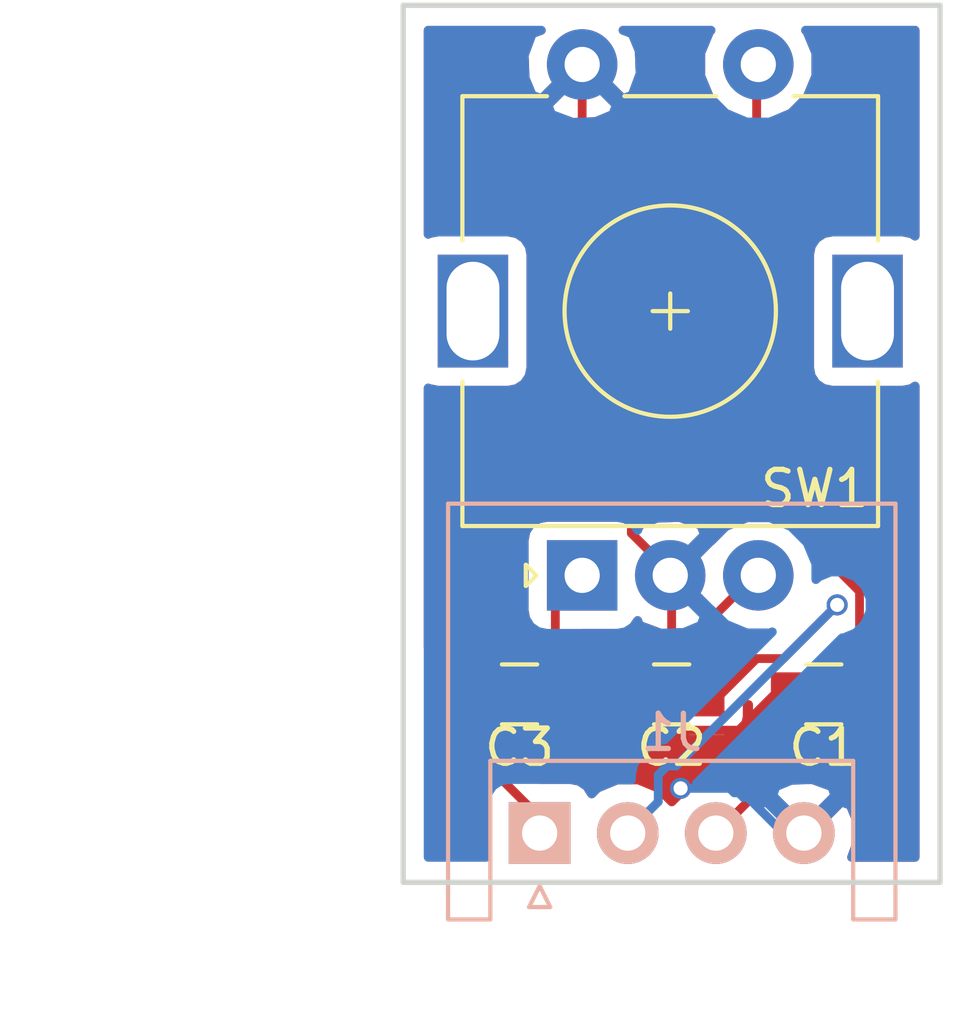
<source format=kicad_pcb>
(kicad_pcb (version 4) (host pcbnew 4.0.6)

  (general
    (links 11)
    (no_connects 0)
    (area 148.768999 94.920999 164.159001 119.963001)
    (thickness 1.6)
    (drawings 11)
    (tracks 70)
    (zones 0)
    (modules 5)
    (nets 5)
  )

  (page A4)
  (layers
    (0 F.Cu signal)
    (31 B.Cu signal)
    (32 B.Adhes user)
    (33 F.Adhes user)
    (34 B.Paste user)
    (35 F.Paste user)
    (36 B.SilkS user)
    (37 F.SilkS user)
    (38 B.Mask user)
    (39 F.Mask user)
    (40 Dwgs.User user)
    (41 Cmts.User user)
    (42 Eco1.User user)
    (43 Eco2.User user)
    (44 Edge.Cuts user)
    (45 Margin user)
    (46 B.CrtYd user)
    (47 F.CrtYd user)
    (48 B.Fab user)
    (49 F.Fab user)
  )

  (setup
    (last_trace_width 0.25)
    (trace_clearance 0.2)
    (zone_clearance 0.508)
    (zone_45_only no)
    (trace_min 0.2)
    (segment_width 0.2)
    (edge_width 0.15)
    (via_size 0.6)
    (via_drill 0.4)
    (via_min_size 0.4)
    (via_min_drill 0.3)
    (uvia_size 0.3)
    (uvia_drill 0.1)
    (uvias_allowed no)
    (uvia_min_size 0.2)
    (uvia_min_drill 0.1)
    (pcb_text_width 0.3)
    (pcb_text_size 1.5 1.5)
    (mod_edge_width 0.15)
    (mod_text_size 1 1)
    (mod_text_width 0.15)
    (pad_size 1.524 1.524)
    (pad_drill 0.762)
    (pad_to_mask_clearance 0.2)
    (aux_axis_origin 0 0)
    (visible_elements FFFFFF7F)
    (pcbplotparams
      (layerselection 0x030fc_80000001)
      (usegerberextensions false)
      (excludeedgelayer true)
      (linewidth 0.100000)
      (plotframeref false)
      (viasonmask false)
      (mode 1)
      (useauxorigin false)
      (hpglpennumber 1)
      (hpglpenspeed 20)
      (hpglpendiameter 15)
      (hpglpenoverlay 2)
      (psnegative false)
      (psa4output false)
      (plotreference true)
      (plotvalue true)
      (plotinvisibletext false)
      (padsonsilk false)
      (subtractmaskfromsilk false)
      (outputformat 1)
      (mirror false)
      (drillshape 0)
      (scaleselection 1)
      (outputdirectory gerber/))
  )

  (net 0 "")
  (net 1 CON-2)
  (net 2 CON-1)
  (net 3 CON-3)
  (net 4 CON-4)

  (net_class Default "This is the default net class."
    (clearance 0.2)
    (trace_width 0.25)
    (via_dia 0.6)
    (via_drill 0.4)
    (uvia_dia 0.3)
    (uvia_drill 0.1)
    (add_net CON-1)
    (add_net CON-2)
    (add_net CON-3)
    (add_net CON-4)
  )

  (module Rotary_Encoder:RotaryEncoder_Alps_EC11E-Switch_Vertical_H20mm (layer F.Cu) (tedit 5BA3D28E) (tstamp 5BA3CFA1)
    (at 153.924 111.1758 90)
    (descr "Alps rotary encoder, EC12E... with switch, vertical shaft, http://www.alps.com/prod/info/E/HTML/Encoder/Incremental/EC11/EC11E15204A3.html")
    (tags "rotary encoder")
    (path /5BA2882F)
    (fp_text reference SW1 (at 2.4638 6.604 180) (layer F.SilkS)
      (effects (font (size 1 1) (thickness 0.15)))
    )
    (fp_text value Rotary_Encoder_Switch (at 7.5 10.4 90) (layer F.Fab)
      (effects (font (size 1 1) (thickness 0.15)))
    )
    (fp_text user %R (at 11.1 6.3 90) (layer F.Fab)
      (effects (font (size 1 1) (thickness 0.15)))
    )
    (fp_line (start 7 2.5) (end 8 2.5) (layer F.SilkS) (width 0.12))
    (fp_line (start 7.5 2) (end 7.5 3) (layer F.SilkS) (width 0.12))
    (fp_line (start 13.6 6) (end 13.6 8.4) (layer F.SilkS) (width 0.12))
    (fp_line (start 13.6 1.2) (end 13.6 3.8) (layer F.SilkS) (width 0.12))
    (fp_line (start 13.6 -3.4) (end 13.6 -1) (layer F.SilkS) (width 0.12))
    (fp_line (start 4.5 2.5) (end 10.5 2.5) (layer F.Fab) (width 0.12))
    (fp_line (start 7.5 -0.5) (end 7.5 5.5) (layer F.Fab) (width 0.12))
    (fp_line (start 0.3 -1.6) (end 0 -1.3) (layer F.SilkS) (width 0.12))
    (fp_line (start -0.3 -1.6) (end 0.3 -1.6) (layer F.SilkS) (width 0.12))
    (fp_line (start 0 -1.3) (end -0.3 -1.6) (layer F.SilkS) (width 0.12))
    (fp_line (start 1.4 -3.4) (end 1.4 8.4) (layer F.SilkS) (width 0.12))
    (fp_line (start 5.5 -3.4) (end 1.4 -3.4) (layer F.SilkS) (width 0.12))
    (fp_line (start 5.5 8.4) (end 1.4 8.4) (layer F.SilkS) (width 0.12))
    (fp_line (start 13.6 8.4) (end 9.5 8.4) (layer F.SilkS) (width 0.12))
    (fp_line (start 9.5 -3.4) (end 13.6 -3.4) (layer F.SilkS) (width 0.12))
    (fp_line (start 1.5 -2.2) (end 2.5 -3.3) (layer F.Fab) (width 0.12))
    (fp_line (start 1.5 8.3) (end 1.5 -2.2) (layer F.Fab) (width 0.12))
    (fp_line (start 13.5 8.3) (end 1.5 8.3) (layer F.Fab) (width 0.12))
    (fp_line (start 13.5 -3.3) (end 13.5 8.3) (layer F.Fab) (width 0.12))
    (fp_line (start 2.5 -3.3) (end 13.5 -3.3) (layer F.Fab) (width 0.12))
    (fp_line (start -1.5 -4.6) (end 16 -4.6) (layer F.CrtYd) (width 0.05))
    (fp_line (start -1.5 -4.6) (end -1.5 9.6) (layer F.CrtYd) (width 0.05))
    (fp_line (start 16 9.6) (end 16 -4.6) (layer F.CrtYd) (width 0.05))
    (fp_line (start 16 9.6) (end -1.5 9.6) (layer F.CrtYd) (width 0.05))
    (fp_circle (center 7.5 2.5) (end 10.5 2.5) (layer F.SilkS) (width 0.12))
    (fp_circle (center 7.5 2.5) (end 10.5 2.5) (layer F.Fab) (width 0.12))
    (pad 4 thru_hole circle (at 14.5 5 90) (size 2 2) (drill 1) (layers *.Cu *.Mask)
      (net 3 CON-3))
    (pad 5 thru_hole circle (at 14.5 0 90) (size 2 2) (drill 1) (layers *.Cu *.Mask)
      (net 4 CON-4))
    (pad MP thru_hole rect (at 7.5 8.1 90) (size 3.2 2) (drill oval 2.8 1.5) (layers *.Cu *.Mask))
    (pad MP thru_hole rect (at 7.5 -3.1 90) (size 3.2 2) (drill oval 2.8 1.5) (layers *.Cu *.Mask))
    (pad 3 thru_hole circle (at 0 5 90) (size 2 2) (drill 1) (layers *.Cu *.Mask)
      (net 1 CON-2))
    (pad 2 thru_hole circle (at 0 2.5 90) (size 2 2) (drill 1) (layers *.Cu *.Mask)
      (net 4 CON-4))
    (pad 1 thru_hole rect (at 0 0 90) (size 2 2) (drill 1) (layers *.Cu *.Mask)
      (net 2 CON-1))
    (model ${KISYS3DMOD}/Rotary_Encoder.3dshapes/RotaryEncoder_Alps_EC11E-Switch_Vertical_H20mm.wrl
      (at (xyz 0 0 0))
      (scale (xyz 1 1 1))
      (rotate (xyz 0 0 0))
    )
  )

  (module Capacitors_SMD:C_0805 (layer F.Cu) (tedit 58AA8463) (tstamp 5BAA29E0)
    (at 160.782 114.554 180)
    (descr "Capacitor SMD 0805, reflow soldering, AVX (see smccp.pdf)")
    (tags "capacitor 0805")
    (path /5BA29B55)
    (attr smd)
    (fp_text reference C1 (at 0 -1.5 180) (layer F.SilkS)
      (effects (font (size 1 1) (thickness 0.15)))
    )
    (fp_text value 100nF (at 0 1.75 180) (layer F.Fab)
      (effects (font (size 1 1) (thickness 0.15)))
    )
    (fp_text user %R (at 0 -1.5 180) (layer F.Fab)
      (effects (font (size 1 1) (thickness 0.15)))
    )
    (fp_line (start -1 0.62) (end -1 -0.62) (layer F.Fab) (width 0.1))
    (fp_line (start 1 0.62) (end -1 0.62) (layer F.Fab) (width 0.1))
    (fp_line (start 1 -0.62) (end 1 0.62) (layer F.Fab) (width 0.1))
    (fp_line (start -1 -0.62) (end 1 -0.62) (layer F.Fab) (width 0.1))
    (fp_line (start 0.5 -0.85) (end -0.5 -0.85) (layer F.SilkS) (width 0.12))
    (fp_line (start -0.5 0.85) (end 0.5 0.85) (layer F.SilkS) (width 0.12))
    (fp_line (start -1.75 -0.88) (end 1.75 -0.88) (layer F.CrtYd) (width 0.05))
    (fp_line (start -1.75 -0.88) (end -1.75 0.87) (layer F.CrtYd) (width 0.05))
    (fp_line (start 1.75 0.87) (end 1.75 -0.88) (layer F.CrtYd) (width 0.05))
    (fp_line (start 1.75 0.87) (end -1.75 0.87) (layer F.CrtYd) (width 0.05))
    (pad 1 smd rect (at -1 0 180) (size 1 1.25) (layers F.Cu F.Paste F.Mask)
      (net 3 CON-3))
    (pad 2 smd rect (at 1 0 180) (size 1 1.25) (layers F.Cu F.Paste F.Mask)
      (net 4 CON-4))
    (model Capacitors_SMD.3dshapes/C_0805.wrl
      (at (xyz 0 0 0))
      (scale (xyz 1 1 1))
      (rotate (xyz 0 0 0))
    )
  )

  (module Capacitors_SMD:C_0805 (layer F.Cu) (tedit 58AA8463) (tstamp 5BAA29E5)
    (at 156.464 114.554 180)
    (descr "Capacitor SMD 0805, reflow soldering, AVX (see smccp.pdf)")
    (tags "capacitor 0805")
    (path /5BA28DB9)
    (attr smd)
    (fp_text reference C2 (at 0 -1.5 180) (layer F.SilkS)
      (effects (font (size 1 1) (thickness 0.15)))
    )
    (fp_text value 10nF (at 0 1.75 180) (layer F.Fab)
      (effects (font (size 1 1) (thickness 0.15)))
    )
    (fp_text user %R (at 0 -1.5 180) (layer F.Fab)
      (effects (font (size 1 1) (thickness 0.15)))
    )
    (fp_line (start -1 0.62) (end -1 -0.62) (layer F.Fab) (width 0.1))
    (fp_line (start 1 0.62) (end -1 0.62) (layer F.Fab) (width 0.1))
    (fp_line (start 1 -0.62) (end 1 0.62) (layer F.Fab) (width 0.1))
    (fp_line (start -1 -0.62) (end 1 -0.62) (layer F.Fab) (width 0.1))
    (fp_line (start 0.5 -0.85) (end -0.5 -0.85) (layer F.SilkS) (width 0.12))
    (fp_line (start -0.5 0.85) (end 0.5 0.85) (layer F.SilkS) (width 0.12))
    (fp_line (start -1.75 -0.88) (end 1.75 -0.88) (layer F.CrtYd) (width 0.05))
    (fp_line (start -1.75 -0.88) (end -1.75 0.87) (layer F.CrtYd) (width 0.05))
    (fp_line (start 1.75 0.87) (end 1.75 -0.88) (layer F.CrtYd) (width 0.05))
    (fp_line (start 1.75 0.87) (end -1.75 0.87) (layer F.CrtYd) (width 0.05))
    (pad 1 smd rect (at -1 0 180) (size 1 1.25) (layers F.Cu F.Paste F.Mask)
      (net 1 CON-2))
    (pad 2 smd rect (at 1 0 180) (size 1 1.25) (layers F.Cu F.Paste F.Mask)
      (net 4 CON-4))
    (model Capacitors_SMD.3dshapes/C_0805.wrl
      (at (xyz 0 0 0))
      (scale (xyz 1 1 1))
      (rotate (xyz 0 0 0))
    )
  )

  (module Capacitors_SMD:C_0805 (layer F.Cu) (tedit 58AA8463) (tstamp 5BAA29EA)
    (at 152.146 114.554 180)
    (descr "Capacitor SMD 0805, reflow soldering, AVX (see smccp.pdf)")
    (tags "capacitor 0805")
    (path /5BA29ADD)
    (attr smd)
    (fp_text reference C3 (at 0 -1.5 180) (layer F.SilkS)
      (effects (font (size 1 1) (thickness 0.15)))
    )
    (fp_text value 10nF (at 0 1.75 180) (layer F.Fab)
      (effects (font (size 1 1) (thickness 0.15)))
    )
    (fp_text user %R (at 0 -1.5 180) (layer F.Fab)
      (effects (font (size 1 1) (thickness 0.15)))
    )
    (fp_line (start -1 0.62) (end -1 -0.62) (layer F.Fab) (width 0.1))
    (fp_line (start 1 0.62) (end -1 0.62) (layer F.Fab) (width 0.1))
    (fp_line (start 1 -0.62) (end 1 0.62) (layer F.Fab) (width 0.1))
    (fp_line (start -1 -0.62) (end 1 -0.62) (layer F.Fab) (width 0.1))
    (fp_line (start 0.5 -0.85) (end -0.5 -0.85) (layer F.SilkS) (width 0.12))
    (fp_line (start -0.5 0.85) (end 0.5 0.85) (layer F.SilkS) (width 0.12))
    (fp_line (start -1.75 -0.88) (end 1.75 -0.88) (layer F.CrtYd) (width 0.05))
    (fp_line (start -1.75 -0.88) (end -1.75 0.87) (layer F.CrtYd) (width 0.05))
    (fp_line (start 1.75 0.87) (end 1.75 -0.88) (layer F.CrtYd) (width 0.05))
    (fp_line (start 1.75 0.87) (end -1.75 0.87) (layer F.CrtYd) (width 0.05))
    (pad 1 smd rect (at -1 0 180) (size 1 1.25) (layers F.Cu F.Paste F.Mask)
      (net 2 CON-1))
    (pad 2 smd rect (at 1 0 180) (size 1 1.25) (layers F.Cu F.Paste F.Mask)
      (net 4 CON-4))
    (model Capacitors_SMD.3dshapes/C_0805.wrl
      (at (xyz 0 0 0))
      (scale (xyz 1 1 1))
      (rotate (xyz 0 0 0))
    )
  )

  (module Connectors_JST:JST_XH_S04B-XH-A_04x2.50mm_Angled (layer B.Cu) (tedit 5BAA4A52) (tstamp 5BAA46DF)
    (at 152.7175 118.491)
    (descr "JST XH series connector, S04B-XH-A, side entry type, through hole")
    (tags "connector jst xh tht side horizontal angled 2.50mm")
    (path /5BA291E6)
    (fp_text reference J1 (at 3.7465 -2.8575) (layer B.SilkS)
      (effects (font (size 1 1) (thickness 0.15)) (justify mirror))
    )
    (fp_text value CONN_01X04 (at 3.75 -10.3) (layer B.Fab)
      (effects (font (size 1 1) (thickness 0.15)) (justify mirror))
    )
    (fp_line (start -2.45 2.3) (end -2.45 -9.2) (layer B.Fab) (width 0.1))
    (fp_line (start -2.45 -9.2) (end 9.95 -9.2) (layer B.Fab) (width 0.1))
    (fp_line (start 9.95 -9.2) (end 9.95 2.3) (layer B.Fab) (width 0.1))
    (fp_line (start 9.95 2.3) (end -2.45 2.3) (layer B.Fab) (width 0.1))
    (fp_line (start -2.95 2.8) (end -2.95 -9.7) (layer B.CrtYd) (width 0.05))
    (fp_line (start -2.95 -9.7) (end 10.45 -9.7) (layer B.CrtYd) (width 0.05))
    (fp_line (start 10.45 -9.7) (end 10.45 2.8) (layer B.CrtYd) (width 0.05))
    (fp_line (start 10.45 2.8) (end -2.95 2.8) (layer B.CrtYd) (width 0.05))
    (fp_line (start 3.75 -9.35) (end -2.6 -9.35) (layer B.SilkS) (width 0.12))
    (fp_line (start -2.6 -9.35) (end -2.6 2.45) (layer B.SilkS) (width 0.12))
    (fp_line (start -2.6 2.45) (end -1.4 2.45) (layer B.SilkS) (width 0.12))
    (fp_line (start -1.4 2.45) (end -1.4 -2.05) (layer B.SilkS) (width 0.12))
    (fp_line (start -1.4 -2.05) (end 3.75 -2.05) (layer B.SilkS) (width 0.12))
    (fp_line (start 3.75 -9.35) (end 10.1 -9.35) (layer B.SilkS) (width 0.12))
    (fp_line (start 10.1 -9.35) (end 10.1 2.45) (layer B.SilkS) (width 0.12))
    (fp_line (start 10.1 2.45) (end 8.9 2.45) (layer B.SilkS) (width 0.12))
    (fp_line (start 8.9 2.45) (end 8.9 -2.05) (layer B.SilkS) (width 0.12))
    (fp_line (start 8.9 -2.05) (end 3.75 -2.05) (layer B.SilkS) (width 0.12))
    (fp_line (start -0.25 -3.45) (end -0.25 -8.7) (layer B.Fab) (width 0.1))
    (fp_line (start -0.25 -8.7) (end 0.25 -8.7) (layer B.Fab) (width 0.1))
    (fp_line (start 0.25 -8.7) (end 0.25 -3.45) (layer B.Fab) (width 0.1))
    (fp_line (start 0.25 -3.45) (end -0.25 -3.45) (layer B.Fab) (width 0.1))
    (fp_line (start 2.25 -3.45) (end 2.25 -8.7) (layer B.Fab) (width 0.1))
    (fp_line (start 2.25 -8.7) (end 2.75 -8.7) (layer B.Fab) (width 0.1))
    (fp_line (start 2.75 -8.7) (end 2.75 -3.45) (layer B.Fab) (width 0.1))
    (fp_line (start 2.75 -3.45) (end 2.25 -3.45) (layer B.Fab) (width 0.1))
    (fp_line (start 4.75 -3.45) (end 4.75 -8.7) (layer B.Fab) (width 0.1))
    (fp_line (start 4.75 -8.7) (end 5.25 -8.7) (layer B.Fab) (width 0.1))
    (fp_line (start 5.25 -8.7) (end 5.25 -3.45) (layer B.Fab) (width 0.1))
    (fp_line (start 5.25 -3.45) (end 4.75 -3.45) (layer B.Fab) (width 0.1))
    (fp_line (start 7.25 -3.45) (end 7.25 -8.7) (layer B.Fab) (width 0.1))
    (fp_line (start 7.25 -8.7) (end 7.75 -8.7) (layer B.Fab) (width 0.1))
    (fp_line (start 7.75 -8.7) (end 7.75 -3.45) (layer B.Fab) (width 0.1))
    (fp_line (start 7.75 -3.45) (end 7.25 -3.45) (layer B.Fab) (width 0.1))
    (fp_line (start 0 1.5) (end -0.3 2.1) (layer B.SilkS) (width 0.12))
    (fp_line (start -0.3 2.1) (end 0.3 2.1) (layer B.SilkS) (width 0.12))
    (fp_line (start 0.3 2.1) (end 0 1.5) (layer B.SilkS) (width 0.12))
    (fp_line (start 0 1.5) (end -0.3 2.1) (layer B.Fab) (width 0.1))
    (fp_line (start -0.3 2.1) (end 0.3 2.1) (layer B.Fab) (width 0.1))
    (fp_line (start 0.3 2.1) (end 0 1.5) (layer B.Fab) (width 0.1))
    (fp_text user %R (at 3.75 -2.25) (layer B.Fab)
      (effects (font (size 1 1) (thickness 0.15)) (justify mirror))
    )
    (pad 1 thru_hole rect (at 0 0) (size 1.75 1.75) (drill 1) (layers *.Cu *.Mask B.SilkS)
      (net 2 CON-1))
    (pad 2 thru_hole circle (at 2.5 0) (size 1.75 1.75) (drill 1) (layers *.Cu *.Mask B.SilkS)
      (net 1 CON-2))
    (pad 3 thru_hole circle (at 5 0) (size 1.75 1.75) (drill 1) (layers *.Cu *.Mask B.SilkS)
      (net 3 CON-3))
    (pad 4 thru_hole circle (at 7.5 0) (size 1.75 1.75) (drill 1) (layers *.Cu *.Mask B.SilkS)
      (net 4 CON-4))
    (model Connectors_JST.3dshapes/JST_XH_S04B-XH-A_04x2.50mm_Angled.wrl
      (at (xyz 0 0 0))
      (scale (xyz 1 1 1))
      (rotate (xyz 0 0 0))
    )
  )

  (dimension 24.892 (width 0.3) (layer Dwgs.User)
    (gr_text "24.892 mm" (at 143.684 107.442 270) (layer Dwgs.User)
      (effects (font (size 1.5 1.5) (thickness 0.3)))
    )
    (feature1 (pts (xy 147.828 119.888) (xy 142.334 119.888)))
    (feature2 (pts (xy 147.828 94.996) (xy 142.334 94.996)))
    (crossbar (pts (xy 145.034 94.996) (xy 145.034 119.888)))
    (arrow1a (pts (xy 145.034 119.888) (xy 144.447579 118.761496)))
    (arrow1b (pts (xy 145.034 119.888) (xy 145.620421 118.761496)))
    (arrow2a (pts (xy 145.034 94.996) (xy 144.447579 96.122504)))
    (arrow2b (pts (xy 145.034 94.996) (xy 145.620421 96.122504)))
  )
  (dimension 15.24 (width 0.3) (layer Dwgs.User)
    (gr_text "15.240 mm" (at 156.464 124.54) (layer Dwgs.User)
      (effects (font (size 1.5 1.5) (thickness 0.3)))
    )
    (feature1 (pts (xy 164.084 121.412) (xy 164.084 125.89)))
    (feature2 (pts (xy 148.844 121.412) (xy 148.844 125.89)))
    (crossbar (pts (xy 148.844 123.19) (xy 164.084 123.19)))
    (arrow1a (pts (xy 164.084 123.19) (xy 162.957496 123.776421)))
    (arrow1b (pts (xy 164.084 123.19) (xy 162.957496 122.603579)))
    (arrow2a (pts (xy 148.844 123.19) (xy 149.970504 123.776421)))
    (arrow2b (pts (xy 148.844 123.19) (xy 149.970504 122.603579)))
  )
  (gr_line (start 149.098 95.25) (end 149.352 95.25) (angle 90) (layer Margin) (width 0.2))
  (gr_line (start 149.098 119.634) (end 149.098 95.25) (angle 90) (layer Margin) (width 0.2))
  (gr_line (start 163.83 119.634) (end 149.098 119.634) (angle 90) (layer Margin) (width 0.2))
  (gr_line (start 163.83 95.25) (end 163.83 119.634) (angle 90) (layer Margin) (width 0.2))
  (gr_line (start 149.098 95.25) (end 163.83 95.25) (angle 90) (layer Margin) (width 0.2))
  (gr_line (start 148.844 119.888) (end 148.844 94.996) (angle 90) (layer Edge.Cuts) (width 0.15))
  (gr_line (start 164.084 119.888) (end 148.844 119.888) (angle 90) (layer Edge.Cuts) (width 0.15))
  (gr_line (start 164.084 94.996) (end 164.084 119.888) (angle 90) (layer Edge.Cuts) (width 0.15))
  (gr_line (start 148.844 94.996) (end 164.084 94.996) (angle 90) (layer Edge.Cuts) (width 0.15))

  (segment (start 157.464 114.554) (end 157.861 114.554) (width 0.25) (layer F.Cu) (net 1) (status 80000))
  (segment (start 157.861 114.554) (end 158.877 113.538) (width 0.25) (layer F.Cu) (net 1) (status 80000))
  (segment (start 158.877 113.538) (end 159.639 113.538) (width 0.25) (layer F.Cu) (net 1) (status 80000))
  (segment (start 159.639 113.538) (end 161.163 112.014) (width 0.25) (layer F.Cu) (net 1) (status 80000))
  (via (at 161.163 112.014) (size 0.6) (layers F.Cu B.Cu) (net 1) (status 80000))
  (segment (start 161.163 112.014) (end 156.591 116.586) (width 0.25) (layer B.Cu) (net 1) (status 80000))
  (segment (start 156.591 116.586) (end 156.337 116.586) (width 0.25) (layer B.Cu) (net 1) (status 80000))
  (segment (start 156.337 116.586) (end 156.083 116.84) (width 0.25) (layer B.Cu) (net 1) (status 80000))
  (segment (start 156.083 116.84) (end 156.083 117.602) (width 0.25) (layer B.Cu) (net 1) (status 80000))
  (segment (start 156.083 117.602) (end 155.194 118.491) (width 0.25) (layer B.Cu) (net 1) (status 80000))
  (segment (start 155.194 118.491) (end 155.2175 118.491) (width 0.25) (layer B.Cu) (net 1) (tstamp 5BAA4E4A) (status 80000))
  (segment (start 158.924 111.1758) (end 158.877 111.125) (width 0.25) (layer F.Cu) (net 1) (status 80000))
  (segment (start 158.877 111.125) (end 157.48 112.522) (width 0.25) (layer F.Cu) (net 1) (status 80000))
  (segment (start 157.48 112.522) (end 157.48 114.554) (width 0.25) (layer F.Cu) (net 1) (status 80000))
  (segment (start 157.48 114.554) (end 157.464 114.554) (width 0.25) (layer F.Cu) (net 1) (tstamp 5BAA4E49) (status 80000))
  (segment (start 153.924 111.1758) (end 153.924 111.125) (width 0.25) (layer F.Cu) (net 2) (status 80000))
  (segment (start 153.924 111.125) (end 153.162 111.887) (width 0.25) (layer F.Cu) (net 2) (status 80000))
  (segment (start 153.162 111.887) (end 153.162 114.554) (width 0.25) (layer F.Cu) (net 2) (status 80000))
  (segment (start 153.162 114.554) (end 153.146 114.554) (width 0.25) (layer F.Cu) (net 2) (tstamp 5BAA4E47) (status 80000))
  (segment (start 153.146 114.554) (end 153.035 114.554) (width 0.25) (layer F.Cu) (net 2) (status 80000))
  (segment (start 153.035 114.554) (end 152.019 113.538) (width 0.25) (layer F.Cu) (net 2) (status 80000))
  (segment (start 152.019 113.538) (end 150.241 113.538) (width 0.25) (layer F.Cu) (net 2) (status 80000))
  (segment (start 150.241 113.538) (end 150.241 115.57) (width 0.25) (layer F.Cu) (net 2) (status 80000))
  (segment (start 150.241 115.57) (end 152.781 118.11) (width 0.25) (layer F.Cu) (net 2) (status 80000))
  (segment (start 152.781 118.11) (end 152.781 118.491) (width 0.25) (layer F.Cu) (net 2) (status 80000))
  (segment (start 152.781 118.491) (end 152.7175 118.491) (width 0.25) (layer F.Cu) (net 2) (tstamp 5BAA4E46) (status 80000))
  (segment (start 161.782 114.554) (end 161.798 114.554) (width 0.25) (layer F.Cu) (net 3) (status 80000))
  (segment (start 161.798 114.554) (end 161.798 111.633) (width 0.25) (layer F.Cu) (net 3) (status 80000))
  (segment (start 161.798 111.633) (end 158.877 108.712) (width 0.25) (layer F.Cu) (net 3) (status 80000))
  (segment (start 158.877 108.712) (end 158.877 96.647) (width 0.25) (layer F.Cu) (net 3) (status 80000))
  (segment (start 158.877 96.647) (end 158.924 96.6758) (width 0.25) (layer F.Cu) (net 3) (tstamp 5BAA4E4B) (status 80000))
  (segment (start 157.7175 118.491) (end 157.734 118.491) (width 0.25) (layer F.Cu) (net 3) (status 80000))
  (segment (start 157.734 118.491) (end 161.671 114.554) (width 0.25) (layer F.Cu) (net 3) (status 80000))
  (segment (start 161.671 114.554) (end 161.782 114.554) (width 0.25) (layer F.Cu) (net 3) (status 80000))
  (segment (start 156.424 111.1758) (end 156.464 111.125) (width 0.25) (layer F.Cu) (net 4) (status 80000))
  (segment (start 156.464 111.125) (end 155.321 109.982) (width 0.25) (layer F.Cu) (net 4) (status 80000))
  (segment (start 155.321 109.982) (end 155.321 109.728) (width 0.25) (layer F.Cu) (net 4) (status 80000))
  (segment (start 155.321 109.728) (end 153.924 108.331) (width 0.25) (layer F.Cu) (net 4) (status 80000))
  (segment (start 153.924 108.331) (end 153.924 96.6758) (width 0.25) (layer F.Cu) (net 4) (status 80000))
  (segment (start 155.464 114.554) (end 155.448 114.554) (width 0.25) (layer F.Cu) (net 4) (status 80000))
  (segment (start 155.448 114.554) (end 156.464 113.538) (width 0.25) (layer F.Cu) (net 4) (status 80000))
  (segment (start 156.464 113.538) (end 156.464 111.125) (width 0.25) (layer F.Cu) (net 4) (status 80000))
  (segment (start 156.464 111.125) (end 156.424 111.1758) (width 0.25) (layer F.Cu) (net 4) (tstamp 5BAA4E48) (status 80000))
  (segment (start 159.782 114.554) (end 159.766 114.554) (width 0.25) (layer F.Cu) (net 4) (status 80000))
  (segment (start 159.766 114.554) (end 159.131 115.189) (width 0.25) (layer F.Cu) (net 4) (status 80000))
  (segment (start 159.131 115.189) (end 159.131 115.697) (width 0.25) (layer F.Cu) (net 4) (status 80000))
  (segment (start 159.131 115.697) (end 158.877 115.951) (width 0.25) (layer F.Cu) (net 4) (status 80000))
  (segment (start 158.877 115.951) (end 158.877 116.078) (width 0.25) (layer F.Cu) (net 4) (status 80000))
  (segment (start 158.877 116.078) (end 158.75 116.078) (width 0.25) (layer F.Cu) (net 4) (status 80000))
  (segment (start 158.75 116.078) (end 158.623 116.205) (width 0.25) (layer F.Cu) (net 4) (status 80000))
  (segment (start 158.623 116.205) (end 157.734 116.205) (width 0.25) (layer F.Cu) (net 4) (status 80000))
  (segment (start 157.734 116.205) (end 156.718 117.221) (width 0.25) (layer F.Cu) (net 4) (status 80000))
  (via (at 156.718 117.221) (size 0.6) (layers F.Cu B.Cu) (net 4) (status 80000))
  (segment (start 156.718 117.221) (end 158.115 117.221) (width 0.25) (layer B.Cu) (net 4) (status 80000))
  (segment (start 158.115 117.221) (end 158.242 117.348) (width 0.25) (layer B.Cu) (net 4) (status 80000))
  (segment (start 158.242 117.348) (end 158.369 117.348) (width 0.25) (layer B.Cu) (net 4) (status 80000))
  (segment (start 158.369 117.348) (end 158.496 117.475) (width 0.25) (layer B.Cu) (net 4) (status 80000))
  (segment (start 158.496 117.475) (end 158.623 117.475) (width 0.25) (layer B.Cu) (net 4) (status 80000))
  (segment (start 158.623 117.475) (end 159.639 118.491) (width 0.25) (layer B.Cu) (net 4) (status 80000))
  (segment (start 159.639 118.491) (end 160.2175 118.491) (width 0.25) (layer B.Cu) (net 4) (status 80000))
  (segment (start 159.782 114.554) (end 159.385 114.554) (width 0.25) (layer F.Cu) (net 4) (status 80000))
  (segment (start 159.385 114.554) (end 158.369 115.57) (width 0.25) (layer F.Cu) (net 4) (status 80000))
  (segment (start 158.369 115.57) (end 156.464 115.57) (width 0.25) (layer F.Cu) (net 4) (status 80000))
  (segment (start 156.464 115.57) (end 155.448 114.554) (width 0.25) (layer F.Cu) (net 4) (status 80000))
  (segment (start 155.448 114.554) (end 155.464 114.554) (width 0.25) (layer F.Cu) (net 4) (tstamp 5BAA4E45) (status 80000))
  (segment (start 155.464 114.554) (end 155.067 114.554) (width 0.25) (layer F.Cu) (net 4) (status 80000))
  (segment (start 155.067 114.554) (end 154.051 115.57) (width 0.25) (layer F.Cu) (net 4) (status 80000))
  (segment (start 154.051 115.57) (end 152.146 115.57) (width 0.25) (layer F.Cu) (net 4) (status 80000))
  (segment (start 152.146 115.57) (end 151.13 114.554) (width 0.25) (layer F.Cu) (net 4) (status 80000))
  (segment (start 151.13 114.554) (end 151.146 114.554) (width 0.25) (layer F.Cu) (net 4) (tstamp 5BAA4E44) (status 80000))

  (zone (net 4) (net_name CON-4) (layer F.Cu) (tstamp 5BA3E208) (hatch edge 0.508)
    (connect_pads (clearance 0.508))
    (min_thickness 0.254)
    (fill yes (arc_segments 16) (thermal_gap 0.508) (thermal_bridge_width 0.508))
    (polygon
      (pts
        (xy 149.098 95.25) (xy 163.83 95.25) (xy 163.83 119.634) (xy 149.098 119.634)
      )
    )
    (filled_polygon
      (pts
        (xy 163.374 101.546405) (xy 163.27589 101.479369) (xy 163.024 101.42836) (xy 161.024 101.42836) (xy 160.788683 101.472638)
        (xy 160.572559 101.61171) (xy 160.427569 101.82391) (xy 160.37656 102.0758) (xy 160.37656 105.2758) (xy 160.420838 105.511117)
        (xy 160.55991 105.727241) (xy 160.77211 105.872231) (xy 161.024 105.92324) (xy 163.024 105.92324) (xy 163.259317 105.878962)
        (xy 163.374 105.805166) (xy 163.374 119.178) (xy 161.5743 119.178) (xy 161.73909 118.725694) (xy 161.713079 118.125542)
        (xy 161.533453 117.691884) (xy 161.27956 117.608545) (xy 160.397105 118.491) (xy 160.411248 118.505143) (xy 160.231643 118.684748)
        (xy 160.2175 118.670605) (xy 160.203358 118.684748) (xy 160.023753 118.505143) (xy 160.037895 118.491) (xy 160.023753 118.476858)
        (xy 160.203358 118.297253) (xy 160.2175 118.311395) (xy 161.099955 117.42894) (xy 161.016616 117.175047) (xy 160.452194 116.96941)
        (xy 160.324874 116.974928) (xy 161.473362 115.82644) (xy 162.282 115.82644) (xy 162.517317 115.782162) (xy 162.733441 115.64309)
        (xy 162.878431 115.43089) (xy 162.92944 115.179) (xy 162.92944 113.929) (xy 162.885162 113.693683) (xy 162.74609 113.477559)
        (xy 162.558 113.349043) (xy 162.558 111.633) (xy 162.500148 111.342161) (xy 162.335401 111.095599) (xy 159.637 108.397198)
        (xy 159.637 98.150267) (xy 159.848943 98.062694) (xy 160.309278 97.603163) (xy 160.558716 97.002448) (xy 160.559284 96.352005)
        (xy 160.310894 95.750857) (xy 160.266115 95.706) (xy 163.374 95.706)
      )
    )
    (filled_polygon
      (pts
        (xy 155.549736 112.595187) (xy 156.159461 112.821708) (xy 156.72 112.800966) (xy 156.72 113.331425) (xy 156.512559 113.46491)
        (xy 156.466031 113.533006) (xy 156.323698 113.390673) (xy 156.090309 113.294) (xy 155.74975 113.294) (xy 155.591 113.45275)
        (xy 155.591 114.427) (xy 155.611 114.427) (xy 155.611 114.681) (xy 155.591 114.681) (xy 155.591 115.65525)
        (xy 155.74975 115.814) (xy 156.090309 115.814) (xy 156.323698 115.717327) (xy 156.464936 115.57609) (xy 156.49991 115.630441)
        (xy 156.71211 115.775431) (xy 156.964 115.82644) (xy 157.964 115.82644) (xy 158.199317 115.782162) (xy 158.415441 115.64309)
        (xy 158.560431 115.43089) (xy 158.61144 115.179) (xy 158.61144 114.878362) (xy 158.647 114.842802) (xy 158.647 115.30531)
        (xy 158.743673 115.538699) (xy 158.922302 115.717327) (xy 159.155691 115.814) (xy 159.336198 115.814) (xy 158.124996 117.025202)
        (xy 158.019175 116.981262) (xy 157.41846 116.980738) (xy 156.863271 117.210138) (xy 156.467182 117.605536) (xy 156.073963 117.21163)
        (xy 155.519175 116.981262) (xy 154.91846 116.980738) (xy 154.363271 117.210138) (xy 154.194397 117.378717) (xy 154.05659 117.164559)
        (xy 153.84439 117.019569) (xy 153.5925 116.96856) (xy 152.714362 116.96856) (xy 151.559802 115.814) (xy 151.772309 115.814)
        (xy 152.005698 115.717327) (xy 152.146936 115.57609) (xy 152.18191 115.630441) (xy 152.39411 115.775431) (xy 152.646 115.82644)
        (xy 153.646 115.82644) (xy 153.881317 115.782162) (xy 154.097441 115.64309) (xy 154.242431 115.43089) (xy 154.29344 115.179)
        (xy 154.29344 114.83975) (xy 154.329 114.83975) (xy 154.329 115.30531) (xy 154.425673 115.538699) (xy 154.604302 115.717327)
        (xy 154.837691 115.814) (xy 155.17825 115.814) (xy 155.337 115.65525) (xy 155.337 114.681) (xy 154.48775 114.681)
        (xy 154.329 114.83975) (xy 154.29344 114.83975) (xy 154.29344 113.929) (xy 154.269674 113.80269) (xy 154.329 113.80269)
        (xy 154.329 114.26825) (xy 154.48775 114.427) (xy 155.337 114.427) (xy 155.337 113.45275) (xy 155.17825 113.294)
        (xy 154.837691 113.294) (xy 154.604302 113.390673) (xy 154.425673 113.569301) (xy 154.329 113.80269) (xy 154.269674 113.80269)
        (xy 154.249162 113.693683) (xy 154.11009 113.477559) (xy 153.922 113.349043) (xy 153.922 112.82324) (xy 154.924 112.82324)
        (xy 155.159317 112.778962) (xy 155.375441 112.63989) (xy 155.499263 112.458671)
      )
    )
    (filled_polygon
      (pts
        (xy 159.909 114.427) (xy 159.929 114.427) (xy 159.929 114.681) (xy 159.909 114.681) (xy 159.909 114.701)
        (xy 159.655 114.701) (xy 159.655 114.681) (xy 159.635 114.681) (xy 159.635 114.427) (xy 159.655 114.427)
        (xy 159.655 114.407) (xy 159.909 114.407)
      )
    )
    (filled_polygon
      (pts
        (xy 151.273 114.427) (xy 151.293 114.427) (xy 151.293 114.681) (xy 151.273 114.681) (xy 151.273 114.701)
        (xy 151.019 114.701) (xy 151.019 114.681) (xy 151.001 114.681) (xy 151.001 114.427) (xy 151.019 114.427)
        (xy 151.019 114.407) (xy 151.273 114.407)
      )
    )
    (filled_polygon
      (pts
        (xy 152.504613 95.801536) (xy 152.278092 96.411261) (xy 152.302144 97.06126) (xy 152.504613 97.550064) (xy 152.771468 97.648727)
        (xy 153.744395 96.6758) (xy 153.730253 96.661658) (xy 153.909858 96.482053) (xy 153.924 96.496195) (xy 153.938143 96.482053)
        (xy 154.117748 96.661658) (xy 154.103605 96.6758) (xy 155.076532 97.648727) (xy 155.343387 97.550064) (xy 155.569908 96.940339)
        (xy 155.545856 96.29034) (xy 155.343387 95.801536) (xy 155.08499 95.706) (xy 157.581233 95.706) (xy 157.538722 95.748437)
        (xy 157.289284 96.349152) (xy 157.288716 96.999595) (xy 157.537106 97.600743) (xy 157.996637 98.061078) (xy 158.117 98.111057)
        (xy 158.117 108.712) (xy 158.174852 109.002839) (xy 158.339599 109.249401) (xy 158.630741 109.540543) (xy 158.600205 109.540516)
        (xy 157.999057 109.788906) (xy 157.582248 110.204987) (xy 157.576532 110.202873) (xy 156.603605 111.1758) (xy 156.617748 111.189943)
        (xy 156.438143 111.369548) (xy 156.424 111.355405) (xy 156.409858 111.369548) (xy 156.230253 111.189943) (xy 156.244395 111.1758)
        (xy 156.230253 111.161658) (xy 156.409858 110.982053) (xy 156.424 110.996195) (xy 157.396927 110.023268) (xy 157.298264 109.756413)
        (xy 156.688539 109.529892) (xy 156.03854 109.553944) (xy 155.549736 109.756413) (xy 155.498277 109.895595) (xy 155.38809 109.724359)
        (xy 155.17589 109.579369) (xy 154.924 109.52836) (xy 152.924 109.52836) (xy 152.688683 109.572638) (xy 152.472559 109.71171)
        (xy 152.327569 109.92391) (xy 152.27656 110.1758) (xy 152.27656 112.1758) (xy 152.320838 112.411117) (xy 152.402 112.537246)
        (xy 152.402 112.897432) (xy 152.309839 112.835852) (xy 152.019 112.778) (xy 150.241 112.778) (xy 149.950161 112.835852)
        (xy 149.703599 113.000599) (xy 149.554 113.22449) (xy 149.554 105.859857) (xy 149.57211 105.872231) (xy 149.824 105.92324)
        (xy 151.824 105.92324) (xy 152.059317 105.878962) (xy 152.275441 105.73989) (xy 152.420431 105.52769) (xy 152.47144 105.2758)
        (xy 152.47144 102.0758) (xy 152.427162 101.840483) (xy 152.28809 101.624359) (xy 152.07589 101.479369) (xy 151.824 101.42836)
        (xy 149.824 101.42836) (xy 149.588683 101.472638) (xy 149.554 101.494956) (xy 149.554 97.828332) (xy 152.951073 97.828332)
        (xy 153.049736 98.095187) (xy 153.659461 98.321708) (xy 154.30946 98.297656) (xy 154.798264 98.095187) (xy 154.896927 97.828332)
        (xy 153.924 96.855405) (xy 152.951073 97.828332) (xy 149.554 97.828332) (xy 149.554 95.706) (xy 152.76301 95.706)
      )
    )
  )
  (zone (net 4) (net_name CON-4) (layer B.Cu) (tstamp 5BA3E226) (hatch edge 0.508)
    (connect_pads (clearance 0.508))
    (min_thickness 0.254)
    (fill yes (arc_segments 16) (thermal_gap 0.508) (thermal_bridge_width 0.508))
    (polygon
      (pts
        (xy 149.098 95.25) (xy 163.83 95.25) (xy 163.83 119.634) (xy 149.098 119.634)
      )
    )
    (filled_polygon
      (pts
        (xy 152.504613 95.801536) (xy 152.278092 96.411261) (xy 152.302144 97.06126) (xy 152.504613 97.550064) (xy 152.771468 97.648727)
        (xy 153.744395 96.6758) (xy 153.730253 96.661658) (xy 153.909858 96.482053) (xy 153.924 96.496195) (xy 153.938143 96.482053)
        (xy 154.117748 96.661658) (xy 154.103605 96.6758) (xy 155.076532 97.648727) (xy 155.343387 97.550064) (xy 155.569908 96.940339)
        (xy 155.545856 96.29034) (xy 155.343387 95.801536) (xy 155.08499 95.706) (xy 157.581233 95.706) (xy 157.538722 95.748437)
        (xy 157.289284 96.349152) (xy 157.288716 96.999595) (xy 157.537106 97.600743) (xy 157.996637 98.061078) (xy 158.597352 98.310516)
        (xy 159.247795 98.311084) (xy 159.848943 98.062694) (xy 160.309278 97.603163) (xy 160.558716 97.002448) (xy 160.559284 96.352005)
        (xy 160.310894 95.750857) (xy 160.266115 95.706) (xy 163.374 95.706) (xy 163.374 101.546405) (xy 163.27589 101.479369)
        (xy 163.024 101.42836) (xy 161.024 101.42836) (xy 160.788683 101.472638) (xy 160.572559 101.61171) (xy 160.427569 101.82391)
        (xy 160.37656 102.0758) (xy 160.37656 105.2758) (xy 160.420838 105.511117) (xy 160.55991 105.727241) (xy 160.77211 105.872231)
        (xy 161.024 105.92324) (xy 163.024 105.92324) (xy 163.259317 105.878962) (xy 163.374 105.805166) (xy 163.374 119.178)
        (xy 161.5743 119.178) (xy 161.73909 118.725694) (xy 161.713079 118.125542) (xy 161.533453 117.691884) (xy 161.27956 117.608545)
        (xy 160.397105 118.491) (xy 160.411248 118.505143) (xy 160.231643 118.684748) (xy 160.2175 118.670605) (xy 160.203358 118.684748)
        (xy 160.023753 118.505143) (xy 160.037895 118.491) (xy 159.15544 117.608545) (xy 159.006852 117.657318) (xy 158.998362 117.636771)
        (xy 158.790894 117.42894) (xy 159.335045 117.42894) (xy 160.2175 118.311395) (xy 161.099955 117.42894) (xy 161.016616 117.175047)
        (xy 160.452194 116.96941) (xy 159.852042 116.995421) (xy 159.418384 117.175047) (xy 159.335045 117.42894) (xy 158.790894 117.42894)
        (xy 158.573963 117.21163) (xy 158.019175 116.981262) (xy 157.41846 116.980738) (xy 157.167277 117.084525) (xy 161.30268 112.949122)
        (xy 161.348167 112.949162) (xy 161.691943 112.807117) (xy 161.955192 112.544327) (xy 162.097838 112.200799) (xy 162.098162 111.828833)
        (xy 161.956117 111.485057) (xy 161.693327 111.221808) (xy 161.349799 111.079162) (xy 160.977833 111.078838) (xy 160.634057 111.220883)
        (xy 160.558896 111.295913) (xy 160.559284 110.852005) (xy 160.310894 110.250857) (xy 159.851363 109.790522) (xy 159.250648 109.541084)
        (xy 158.600205 109.540516) (xy 157.999057 109.788906) (xy 157.582248 110.204987) (xy 157.576532 110.202873) (xy 156.603605 111.1758)
        (xy 157.576532 112.148727) (xy 157.582722 112.146439) (xy 157.996637 112.561078) (xy 158.597352 112.810516) (xy 159.247795 112.811084)
        (xy 159.321617 112.780581) (xy 156.261101 115.841097) (xy 156.04616 115.883852) (xy 155.799599 116.048599) (xy 155.545599 116.302599)
        (xy 155.380852 116.549161) (xy 155.323 116.84) (xy 155.323 116.981091) (xy 154.91846 116.980738) (xy 154.363271 117.210138)
        (xy 154.194397 117.378717) (xy 154.05659 117.164559) (xy 153.84439 117.019569) (xy 153.5925 116.96856) (xy 151.8425 116.96856)
        (xy 151.607183 117.012838) (xy 151.391059 117.15191) (xy 151.246069 117.36411) (xy 151.19506 117.616) (xy 151.19506 119.178)
        (xy 149.554 119.178) (xy 149.554 110.1758) (xy 152.27656 110.1758) (xy 152.27656 112.1758) (xy 152.320838 112.411117)
        (xy 152.45991 112.627241) (xy 152.67211 112.772231) (xy 152.924 112.82324) (xy 154.924 112.82324) (xy 155.159317 112.778962)
        (xy 155.375441 112.63989) (xy 155.499263 112.458671) (xy 155.549736 112.595187) (xy 156.159461 112.821708) (xy 156.80946 112.797656)
        (xy 157.298264 112.595187) (xy 157.396927 112.328332) (xy 156.424 111.355405) (xy 156.409858 111.369548) (xy 156.230253 111.189943)
        (xy 156.244395 111.1758) (xy 156.230253 111.161658) (xy 156.409858 110.982053) (xy 156.424 110.996195) (xy 157.396927 110.023268)
        (xy 157.298264 109.756413) (xy 156.688539 109.529892) (xy 156.03854 109.553944) (xy 155.549736 109.756413) (xy 155.498277 109.895595)
        (xy 155.38809 109.724359) (xy 155.17589 109.579369) (xy 154.924 109.52836) (xy 152.924 109.52836) (xy 152.688683 109.572638)
        (xy 152.472559 109.71171) (xy 152.327569 109.92391) (xy 152.27656 110.1758) (xy 149.554 110.1758) (xy 149.554 105.859857)
        (xy 149.57211 105.872231) (xy 149.824 105.92324) (xy 151.824 105.92324) (xy 152.059317 105.878962) (xy 152.275441 105.73989)
        (xy 152.420431 105.52769) (xy 152.47144 105.2758) (xy 152.47144 102.0758) (xy 152.427162 101.840483) (xy 152.28809 101.624359)
        (xy 152.07589 101.479369) (xy 151.824 101.42836) (xy 149.824 101.42836) (xy 149.588683 101.472638) (xy 149.554 101.494956)
        (xy 149.554 97.828332) (xy 152.951073 97.828332) (xy 153.049736 98.095187) (xy 153.659461 98.321708) (xy 154.30946 98.297656)
        (xy 154.798264 98.095187) (xy 154.896927 97.828332) (xy 153.924 96.855405) (xy 152.951073 97.828332) (xy 149.554 97.828332)
        (xy 149.554 95.706) (xy 152.76301 95.706)
      )
    )
  )
)

</source>
